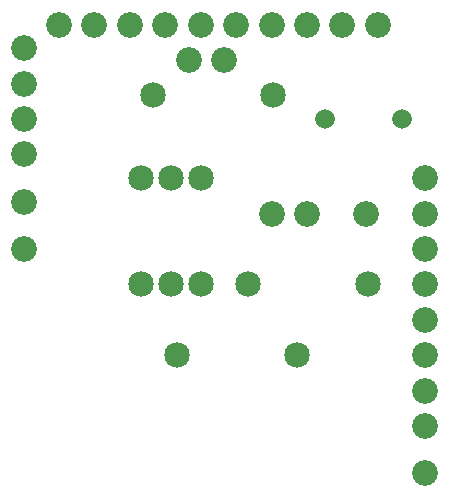
<source format=gbs>
G04 MADE WITH FRITZING*
G04 WWW.FRITZING.ORG*
G04 SINGLE SIDED*
G04 HOLES NOT PLATED*
G04 CONTOUR ON CENTER OF CONTOUR VECTOR*
%ASAXBY*%
%FSLAX23Y23*%
%MOIN*%
%OFA0B0*%
%SFA1.0B1.0*%
%ADD10C,0.085000*%
%ADD11C,0.065433*%
%ADD12C,0.085433*%
%LNMASK0*%
G90*
G70*
G54D10*
X505Y1105D03*
X605Y1105D03*
X705Y1105D03*
X505Y751D03*
X605Y751D03*
X705Y751D03*
G54D11*
X1118Y1302D03*
X1374Y1302D03*
G54D10*
X862Y751D03*
X1262Y751D03*
X547Y1381D03*
X947Y1381D03*
X626Y515D03*
X1026Y515D03*
G54D12*
X783Y1499D03*
X665Y1499D03*
X1453Y278D03*
X1059Y987D03*
X1453Y987D03*
X1453Y633D03*
X1453Y1105D03*
X1453Y396D03*
X1453Y869D03*
X1295Y1617D03*
X1453Y515D03*
X1453Y751D03*
X941Y987D03*
X468Y1617D03*
X587Y1617D03*
X114Y1302D03*
X705Y1617D03*
X823Y1617D03*
X1177Y1617D03*
X941Y1617D03*
X1059Y1617D03*
X350Y1617D03*
X114Y1184D03*
X114Y1026D03*
X232Y1617D03*
X114Y869D03*
X1453Y121D03*
X114Y1538D03*
X1256Y987D03*
X114Y1420D03*
G04 End of Mask0*
M02*
</source>
